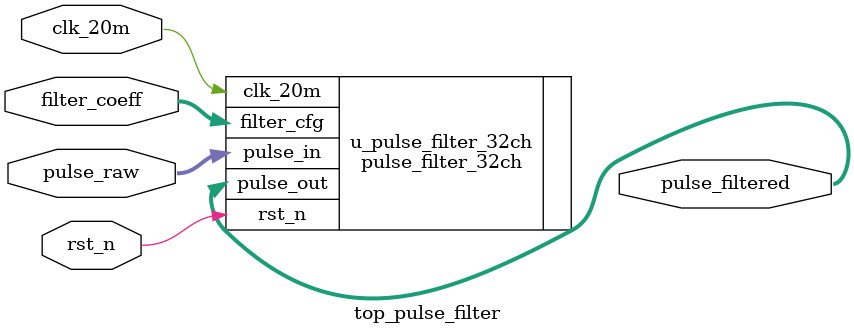
<source format=v>
/**************************************************************
@File    :   top.v
@Time    :   2025/07/03 14:20:33
@Author  :   liyuanhao 
@EditTool:   VS Code 
@Font    :   UTF-8 
@Function:   顶层模块
**************************************************************/
module top_pulse_filter (
    input              clk_20m        , //20MHz 时钟
    input              rst_n          , //全局复位
    input  [31:0]      pulse_raw      , //原始32路脉冲输入
    input  [15:0]      filter_coeff   , //滤波周期数（单位：10ns，即1 clk）
    output [31:0]      pulse_filtered   //滤波后的输出脉冲
);

    //实例化滤波模块
    pulse_filter_32ch u_pulse_filter_32ch (
        .clk_20m     (clk_20m       ),
        .rst_n       (rst_n         ),
        .pulse_in    (pulse_raw     ),
        .filter_cfg  (filter_coeff  ),
        .pulse_out   (pulse_filtered)
    );

endmodule
</source>
